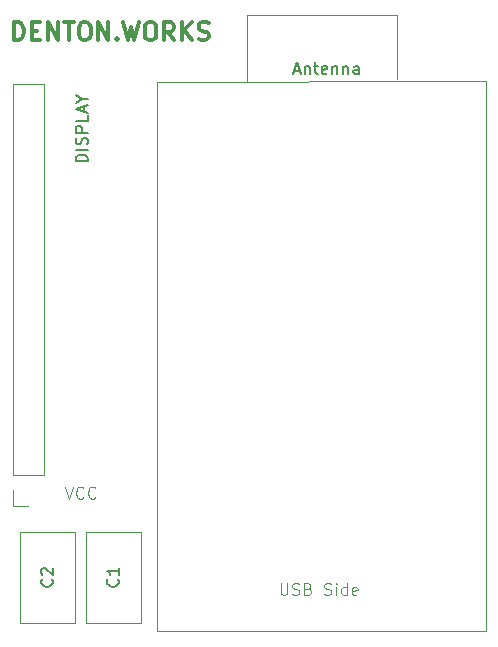
<source format=gbr>
%TF.GenerationSoftware,KiCad,Pcbnew,9.0.4*%
%TF.CreationDate,2026-02-18T17:55:14-08:00*%
%TF.ProjectId,Tool-Display-PCB,546f6f6c-2d44-4697-9370-6c61792d5043,rev?*%
%TF.SameCoordinates,Original*%
%TF.FileFunction,Legend,Top*%
%TF.FilePolarity,Positive*%
%FSLAX46Y46*%
G04 Gerber Fmt 4.6, Leading zero omitted, Abs format (unit mm)*
G04 Created by KiCad (PCBNEW 9.0.4) date 2026-02-18 17:55:14*
%MOMM*%
%LPD*%
G01*
G04 APERTURE LIST*
%ADD10C,0.300000*%
%ADD11C,0.100000*%
%ADD12C,0.150000*%
%ADD13C,0.120000*%
G04 APERTURE END LIST*
D10*
X101564510Y-59550828D02*
X101564510Y-58050828D01*
X101564510Y-58050828D02*
X101921653Y-58050828D01*
X101921653Y-58050828D02*
X102135939Y-58122257D01*
X102135939Y-58122257D02*
X102278796Y-58265114D01*
X102278796Y-58265114D02*
X102350225Y-58407971D01*
X102350225Y-58407971D02*
X102421653Y-58693685D01*
X102421653Y-58693685D02*
X102421653Y-58907971D01*
X102421653Y-58907971D02*
X102350225Y-59193685D01*
X102350225Y-59193685D02*
X102278796Y-59336542D01*
X102278796Y-59336542D02*
X102135939Y-59479400D01*
X102135939Y-59479400D02*
X101921653Y-59550828D01*
X101921653Y-59550828D02*
X101564510Y-59550828D01*
X103064510Y-58765114D02*
X103564510Y-58765114D01*
X103778796Y-59550828D02*
X103064510Y-59550828D01*
X103064510Y-59550828D02*
X103064510Y-58050828D01*
X103064510Y-58050828D02*
X103778796Y-58050828D01*
X104421653Y-59550828D02*
X104421653Y-58050828D01*
X104421653Y-58050828D02*
X105278796Y-59550828D01*
X105278796Y-59550828D02*
X105278796Y-58050828D01*
X105778797Y-58050828D02*
X106635940Y-58050828D01*
X106207368Y-59550828D02*
X106207368Y-58050828D01*
X107421654Y-58050828D02*
X107707368Y-58050828D01*
X107707368Y-58050828D02*
X107850225Y-58122257D01*
X107850225Y-58122257D02*
X107993082Y-58265114D01*
X107993082Y-58265114D02*
X108064511Y-58550828D01*
X108064511Y-58550828D02*
X108064511Y-59050828D01*
X108064511Y-59050828D02*
X107993082Y-59336542D01*
X107993082Y-59336542D02*
X107850225Y-59479400D01*
X107850225Y-59479400D02*
X107707368Y-59550828D01*
X107707368Y-59550828D02*
X107421654Y-59550828D01*
X107421654Y-59550828D02*
X107278797Y-59479400D01*
X107278797Y-59479400D02*
X107135939Y-59336542D01*
X107135939Y-59336542D02*
X107064511Y-59050828D01*
X107064511Y-59050828D02*
X107064511Y-58550828D01*
X107064511Y-58550828D02*
X107135939Y-58265114D01*
X107135939Y-58265114D02*
X107278797Y-58122257D01*
X107278797Y-58122257D02*
X107421654Y-58050828D01*
X108707368Y-59550828D02*
X108707368Y-58050828D01*
X108707368Y-58050828D02*
X109564511Y-59550828D01*
X109564511Y-59550828D02*
X109564511Y-58050828D01*
X110278797Y-59407971D02*
X110350226Y-59479400D01*
X110350226Y-59479400D02*
X110278797Y-59550828D01*
X110278797Y-59550828D02*
X110207369Y-59479400D01*
X110207369Y-59479400D02*
X110278797Y-59407971D01*
X110278797Y-59407971D02*
X110278797Y-59550828D01*
X110850226Y-58050828D02*
X111207369Y-59550828D01*
X111207369Y-59550828D02*
X111493083Y-58479400D01*
X111493083Y-58479400D02*
X111778798Y-59550828D01*
X111778798Y-59550828D02*
X112135941Y-58050828D01*
X112993084Y-58050828D02*
X113278798Y-58050828D01*
X113278798Y-58050828D02*
X113421655Y-58122257D01*
X113421655Y-58122257D02*
X113564512Y-58265114D01*
X113564512Y-58265114D02*
X113635941Y-58550828D01*
X113635941Y-58550828D02*
X113635941Y-59050828D01*
X113635941Y-59050828D02*
X113564512Y-59336542D01*
X113564512Y-59336542D02*
X113421655Y-59479400D01*
X113421655Y-59479400D02*
X113278798Y-59550828D01*
X113278798Y-59550828D02*
X112993084Y-59550828D01*
X112993084Y-59550828D02*
X112850227Y-59479400D01*
X112850227Y-59479400D02*
X112707369Y-59336542D01*
X112707369Y-59336542D02*
X112635941Y-59050828D01*
X112635941Y-59050828D02*
X112635941Y-58550828D01*
X112635941Y-58550828D02*
X112707369Y-58265114D01*
X112707369Y-58265114D02*
X112850227Y-58122257D01*
X112850227Y-58122257D02*
X112993084Y-58050828D01*
X115135941Y-59550828D02*
X114635941Y-58836542D01*
X114278798Y-59550828D02*
X114278798Y-58050828D01*
X114278798Y-58050828D02*
X114850227Y-58050828D01*
X114850227Y-58050828D02*
X114993084Y-58122257D01*
X114993084Y-58122257D02*
X115064513Y-58193685D01*
X115064513Y-58193685D02*
X115135941Y-58336542D01*
X115135941Y-58336542D02*
X115135941Y-58550828D01*
X115135941Y-58550828D02*
X115064513Y-58693685D01*
X115064513Y-58693685D02*
X114993084Y-58765114D01*
X114993084Y-58765114D02*
X114850227Y-58836542D01*
X114850227Y-58836542D02*
X114278798Y-58836542D01*
X115778798Y-59550828D02*
X115778798Y-58050828D01*
X116635941Y-59550828D02*
X115993084Y-58693685D01*
X116635941Y-58050828D02*
X115778798Y-58907971D01*
X117207370Y-59479400D02*
X117421656Y-59550828D01*
X117421656Y-59550828D02*
X117778798Y-59550828D01*
X117778798Y-59550828D02*
X117921656Y-59479400D01*
X117921656Y-59479400D02*
X117993084Y-59407971D01*
X117993084Y-59407971D02*
X118064513Y-59265114D01*
X118064513Y-59265114D02*
X118064513Y-59122257D01*
X118064513Y-59122257D02*
X117993084Y-58979400D01*
X117993084Y-58979400D02*
X117921656Y-58907971D01*
X117921656Y-58907971D02*
X117778798Y-58836542D01*
X117778798Y-58836542D02*
X117493084Y-58765114D01*
X117493084Y-58765114D02*
X117350227Y-58693685D01*
X117350227Y-58693685D02*
X117278798Y-58622257D01*
X117278798Y-58622257D02*
X117207370Y-58479400D01*
X117207370Y-58479400D02*
X117207370Y-58336542D01*
X117207370Y-58336542D02*
X117278798Y-58193685D01*
X117278798Y-58193685D02*
X117350227Y-58122257D01*
X117350227Y-58122257D02*
X117493084Y-58050828D01*
X117493084Y-58050828D02*
X117850227Y-58050828D01*
X117850227Y-58050828D02*
X118064513Y-58122257D01*
D11*
X105891027Y-97372419D02*
X106224360Y-98372419D01*
X106224360Y-98372419D02*
X106557693Y-97372419D01*
X107462455Y-98277180D02*
X107414836Y-98324800D01*
X107414836Y-98324800D02*
X107271979Y-98372419D01*
X107271979Y-98372419D02*
X107176741Y-98372419D01*
X107176741Y-98372419D02*
X107033884Y-98324800D01*
X107033884Y-98324800D02*
X106938646Y-98229561D01*
X106938646Y-98229561D02*
X106891027Y-98134323D01*
X106891027Y-98134323D02*
X106843408Y-97943847D01*
X106843408Y-97943847D02*
X106843408Y-97800990D01*
X106843408Y-97800990D02*
X106891027Y-97610514D01*
X106891027Y-97610514D02*
X106938646Y-97515276D01*
X106938646Y-97515276D02*
X107033884Y-97420038D01*
X107033884Y-97420038D02*
X107176741Y-97372419D01*
X107176741Y-97372419D02*
X107271979Y-97372419D01*
X107271979Y-97372419D02*
X107414836Y-97420038D01*
X107414836Y-97420038D02*
X107462455Y-97467657D01*
X108462455Y-98277180D02*
X108414836Y-98324800D01*
X108414836Y-98324800D02*
X108271979Y-98372419D01*
X108271979Y-98372419D02*
X108176741Y-98372419D01*
X108176741Y-98372419D02*
X108033884Y-98324800D01*
X108033884Y-98324800D02*
X107938646Y-98229561D01*
X107938646Y-98229561D02*
X107891027Y-98134323D01*
X107891027Y-98134323D02*
X107843408Y-97943847D01*
X107843408Y-97943847D02*
X107843408Y-97800990D01*
X107843408Y-97800990D02*
X107891027Y-97610514D01*
X107891027Y-97610514D02*
X107938646Y-97515276D01*
X107938646Y-97515276D02*
X108033884Y-97420038D01*
X108033884Y-97420038D02*
X108176741Y-97372419D01*
X108176741Y-97372419D02*
X108271979Y-97372419D01*
X108271979Y-97372419D02*
X108414836Y-97420038D01*
X108414836Y-97420038D02*
X108462455Y-97467657D01*
D12*
X110349580Y-105196666D02*
X110397200Y-105244285D01*
X110397200Y-105244285D02*
X110444819Y-105387142D01*
X110444819Y-105387142D02*
X110444819Y-105482380D01*
X110444819Y-105482380D02*
X110397200Y-105625237D01*
X110397200Y-105625237D02*
X110301961Y-105720475D01*
X110301961Y-105720475D02*
X110206723Y-105768094D01*
X110206723Y-105768094D02*
X110016247Y-105815713D01*
X110016247Y-105815713D02*
X109873390Y-105815713D01*
X109873390Y-105815713D02*
X109682914Y-105768094D01*
X109682914Y-105768094D02*
X109587676Y-105720475D01*
X109587676Y-105720475D02*
X109492438Y-105625237D01*
X109492438Y-105625237D02*
X109444819Y-105482380D01*
X109444819Y-105482380D02*
X109444819Y-105387142D01*
X109444819Y-105387142D02*
X109492438Y-105244285D01*
X109492438Y-105244285D02*
X109540057Y-105196666D01*
X110444819Y-104244285D02*
X110444819Y-104815713D01*
X110444819Y-104529999D02*
X109444819Y-104529999D01*
X109444819Y-104529999D02*
X109587676Y-104625237D01*
X109587676Y-104625237D02*
X109682914Y-104720475D01*
X109682914Y-104720475D02*
X109730533Y-104815713D01*
X107804819Y-69818094D02*
X106804819Y-69818094D01*
X106804819Y-69818094D02*
X106804819Y-69579999D01*
X106804819Y-69579999D02*
X106852438Y-69437142D01*
X106852438Y-69437142D02*
X106947676Y-69341904D01*
X106947676Y-69341904D02*
X107042914Y-69294285D01*
X107042914Y-69294285D02*
X107233390Y-69246666D01*
X107233390Y-69246666D02*
X107376247Y-69246666D01*
X107376247Y-69246666D02*
X107566723Y-69294285D01*
X107566723Y-69294285D02*
X107661961Y-69341904D01*
X107661961Y-69341904D02*
X107757200Y-69437142D01*
X107757200Y-69437142D02*
X107804819Y-69579999D01*
X107804819Y-69579999D02*
X107804819Y-69818094D01*
X107804819Y-68818094D02*
X106804819Y-68818094D01*
X107757200Y-68389523D02*
X107804819Y-68246666D01*
X107804819Y-68246666D02*
X107804819Y-68008571D01*
X107804819Y-68008571D02*
X107757200Y-67913333D01*
X107757200Y-67913333D02*
X107709580Y-67865714D01*
X107709580Y-67865714D02*
X107614342Y-67818095D01*
X107614342Y-67818095D02*
X107519104Y-67818095D01*
X107519104Y-67818095D02*
X107423866Y-67865714D01*
X107423866Y-67865714D02*
X107376247Y-67913333D01*
X107376247Y-67913333D02*
X107328628Y-68008571D01*
X107328628Y-68008571D02*
X107281009Y-68199047D01*
X107281009Y-68199047D02*
X107233390Y-68294285D01*
X107233390Y-68294285D02*
X107185771Y-68341904D01*
X107185771Y-68341904D02*
X107090533Y-68389523D01*
X107090533Y-68389523D02*
X106995295Y-68389523D01*
X106995295Y-68389523D02*
X106900057Y-68341904D01*
X106900057Y-68341904D02*
X106852438Y-68294285D01*
X106852438Y-68294285D02*
X106804819Y-68199047D01*
X106804819Y-68199047D02*
X106804819Y-67960952D01*
X106804819Y-67960952D02*
X106852438Y-67818095D01*
X107804819Y-67389523D02*
X106804819Y-67389523D01*
X106804819Y-67389523D02*
X106804819Y-67008571D01*
X106804819Y-67008571D02*
X106852438Y-66913333D01*
X106852438Y-66913333D02*
X106900057Y-66865714D01*
X106900057Y-66865714D02*
X106995295Y-66818095D01*
X106995295Y-66818095D02*
X107138152Y-66818095D01*
X107138152Y-66818095D02*
X107233390Y-66865714D01*
X107233390Y-66865714D02*
X107281009Y-66913333D01*
X107281009Y-66913333D02*
X107328628Y-67008571D01*
X107328628Y-67008571D02*
X107328628Y-67389523D01*
X107804819Y-65913333D02*
X107804819Y-66389523D01*
X107804819Y-66389523D02*
X106804819Y-66389523D01*
X107519104Y-65627618D02*
X107519104Y-65151428D01*
X107804819Y-65722856D02*
X106804819Y-65389523D01*
X106804819Y-65389523D02*
X107804819Y-65056190D01*
X107328628Y-64532380D02*
X107804819Y-64532380D01*
X106804819Y-64865713D02*
X107328628Y-64532380D01*
X107328628Y-64532380D02*
X106804819Y-64199047D01*
X104789580Y-105196666D02*
X104837200Y-105244285D01*
X104837200Y-105244285D02*
X104884819Y-105387142D01*
X104884819Y-105387142D02*
X104884819Y-105482380D01*
X104884819Y-105482380D02*
X104837200Y-105625237D01*
X104837200Y-105625237D02*
X104741961Y-105720475D01*
X104741961Y-105720475D02*
X104646723Y-105768094D01*
X104646723Y-105768094D02*
X104456247Y-105815713D01*
X104456247Y-105815713D02*
X104313390Y-105815713D01*
X104313390Y-105815713D02*
X104122914Y-105768094D01*
X104122914Y-105768094D02*
X104027676Y-105720475D01*
X104027676Y-105720475D02*
X103932438Y-105625237D01*
X103932438Y-105625237D02*
X103884819Y-105482380D01*
X103884819Y-105482380D02*
X103884819Y-105387142D01*
X103884819Y-105387142D02*
X103932438Y-105244285D01*
X103932438Y-105244285D02*
X103980057Y-105196666D01*
X103980057Y-104815713D02*
X103932438Y-104768094D01*
X103932438Y-104768094D02*
X103884819Y-104672856D01*
X103884819Y-104672856D02*
X103884819Y-104434761D01*
X103884819Y-104434761D02*
X103932438Y-104339523D01*
X103932438Y-104339523D02*
X103980057Y-104291904D01*
X103980057Y-104291904D02*
X104075295Y-104244285D01*
X104075295Y-104244285D02*
X104170533Y-104244285D01*
X104170533Y-104244285D02*
X104313390Y-104291904D01*
X104313390Y-104291904D02*
X104884819Y-104863332D01*
X104884819Y-104863332D02*
X104884819Y-104244285D01*
D11*
X124143884Y-105532419D02*
X124143884Y-106341942D01*
X124143884Y-106341942D02*
X124191503Y-106437180D01*
X124191503Y-106437180D02*
X124239122Y-106484800D01*
X124239122Y-106484800D02*
X124334360Y-106532419D01*
X124334360Y-106532419D02*
X124524836Y-106532419D01*
X124524836Y-106532419D02*
X124620074Y-106484800D01*
X124620074Y-106484800D02*
X124667693Y-106437180D01*
X124667693Y-106437180D02*
X124715312Y-106341942D01*
X124715312Y-106341942D02*
X124715312Y-105532419D01*
X125143884Y-106484800D02*
X125286741Y-106532419D01*
X125286741Y-106532419D02*
X125524836Y-106532419D01*
X125524836Y-106532419D02*
X125620074Y-106484800D01*
X125620074Y-106484800D02*
X125667693Y-106437180D01*
X125667693Y-106437180D02*
X125715312Y-106341942D01*
X125715312Y-106341942D02*
X125715312Y-106246704D01*
X125715312Y-106246704D02*
X125667693Y-106151466D01*
X125667693Y-106151466D02*
X125620074Y-106103847D01*
X125620074Y-106103847D02*
X125524836Y-106056228D01*
X125524836Y-106056228D02*
X125334360Y-106008609D01*
X125334360Y-106008609D02*
X125239122Y-105960990D01*
X125239122Y-105960990D02*
X125191503Y-105913371D01*
X125191503Y-105913371D02*
X125143884Y-105818133D01*
X125143884Y-105818133D02*
X125143884Y-105722895D01*
X125143884Y-105722895D02*
X125191503Y-105627657D01*
X125191503Y-105627657D02*
X125239122Y-105580038D01*
X125239122Y-105580038D02*
X125334360Y-105532419D01*
X125334360Y-105532419D02*
X125572455Y-105532419D01*
X125572455Y-105532419D02*
X125715312Y-105580038D01*
X126477217Y-106008609D02*
X126620074Y-106056228D01*
X126620074Y-106056228D02*
X126667693Y-106103847D01*
X126667693Y-106103847D02*
X126715312Y-106199085D01*
X126715312Y-106199085D02*
X126715312Y-106341942D01*
X126715312Y-106341942D02*
X126667693Y-106437180D01*
X126667693Y-106437180D02*
X126620074Y-106484800D01*
X126620074Y-106484800D02*
X126524836Y-106532419D01*
X126524836Y-106532419D02*
X126143884Y-106532419D01*
X126143884Y-106532419D02*
X126143884Y-105532419D01*
X126143884Y-105532419D02*
X126477217Y-105532419D01*
X126477217Y-105532419D02*
X126572455Y-105580038D01*
X126572455Y-105580038D02*
X126620074Y-105627657D01*
X126620074Y-105627657D02*
X126667693Y-105722895D01*
X126667693Y-105722895D02*
X126667693Y-105818133D01*
X126667693Y-105818133D02*
X126620074Y-105913371D01*
X126620074Y-105913371D02*
X126572455Y-105960990D01*
X126572455Y-105960990D02*
X126477217Y-106008609D01*
X126477217Y-106008609D02*
X126143884Y-106008609D01*
X127858170Y-106484800D02*
X128001027Y-106532419D01*
X128001027Y-106532419D02*
X128239122Y-106532419D01*
X128239122Y-106532419D02*
X128334360Y-106484800D01*
X128334360Y-106484800D02*
X128381979Y-106437180D01*
X128381979Y-106437180D02*
X128429598Y-106341942D01*
X128429598Y-106341942D02*
X128429598Y-106246704D01*
X128429598Y-106246704D02*
X128381979Y-106151466D01*
X128381979Y-106151466D02*
X128334360Y-106103847D01*
X128334360Y-106103847D02*
X128239122Y-106056228D01*
X128239122Y-106056228D02*
X128048646Y-106008609D01*
X128048646Y-106008609D02*
X127953408Y-105960990D01*
X127953408Y-105960990D02*
X127905789Y-105913371D01*
X127905789Y-105913371D02*
X127858170Y-105818133D01*
X127858170Y-105818133D02*
X127858170Y-105722895D01*
X127858170Y-105722895D02*
X127905789Y-105627657D01*
X127905789Y-105627657D02*
X127953408Y-105580038D01*
X127953408Y-105580038D02*
X128048646Y-105532419D01*
X128048646Y-105532419D02*
X128286741Y-105532419D01*
X128286741Y-105532419D02*
X128429598Y-105580038D01*
X128858170Y-106532419D02*
X128858170Y-105865752D01*
X128858170Y-105532419D02*
X128810551Y-105580038D01*
X128810551Y-105580038D02*
X128858170Y-105627657D01*
X128858170Y-105627657D02*
X128905789Y-105580038D01*
X128905789Y-105580038D02*
X128858170Y-105532419D01*
X128858170Y-105532419D02*
X128858170Y-105627657D01*
X129762931Y-106532419D02*
X129762931Y-105532419D01*
X129762931Y-106484800D02*
X129667693Y-106532419D01*
X129667693Y-106532419D02*
X129477217Y-106532419D01*
X129477217Y-106532419D02*
X129381979Y-106484800D01*
X129381979Y-106484800D02*
X129334360Y-106437180D01*
X129334360Y-106437180D02*
X129286741Y-106341942D01*
X129286741Y-106341942D02*
X129286741Y-106056228D01*
X129286741Y-106056228D02*
X129334360Y-105960990D01*
X129334360Y-105960990D02*
X129381979Y-105913371D01*
X129381979Y-105913371D02*
X129477217Y-105865752D01*
X129477217Y-105865752D02*
X129667693Y-105865752D01*
X129667693Y-105865752D02*
X129762931Y-105913371D01*
X130620074Y-106484800D02*
X130524836Y-106532419D01*
X130524836Y-106532419D02*
X130334360Y-106532419D01*
X130334360Y-106532419D02*
X130239122Y-106484800D01*
X130239122Y-106484800D02*
X130191503Y-106389561D01*
X130191503Y-106389561D02*
X130191503Y-106008609D01*
X130191503Y-106008609D02*
X130239122Y-105913371D01*
X130239122Y-105913371D02*
X130334360Y-105865752D01*
X130334360Y-105865752D02*
X130524836Y-105865752D01*
X130524836Y-105865752D02*
X130620074Y-105913371D01*
X130620074Y-105913371D02*
X130667693Y-106008609D01*
X130667693Y-106008609D02*
X130667693Y-106103847D01*
X130667693Y-106103847D02*
X130191503Y-106199085D01*
D12*
X125288095Y-62139104D02*
X125764285Y-62139104D01*
X125192857Y-62424819D02*
X125526190Y-61424819D01*
X125526190Y-61424819D02*
X125859523Y-62424819D01*
X126192857Y-61758152D02*
X126192857Y-62424819D01*
X126192857Y-61853390D02*
X126240476Y-61805771D01*
X126240476Y-61805771D02*
X126335714Y-61758152D01*
X126335714Y-61758152D02*
X126478571Y-61758152D01*
X126478571Y-61758152D02*
X126573809Y-61805771D01*
X126573809Y-61805771D02*
X126621428Y-61901009D01*
X126621428Y-61901009D02*
X126621428Y-62424819D01*
X126954762Y-61758152D02*
X127335714Y-61758152D01*
X127097619Y-61424819D02*
X127097619Y-62281961D01*
X127097619Y-62281961D02*
X127145238Y-62377200D01*
X127145238Y-62377200D02*
X127240476Y-62424819D01*
X127240476Y-62424819D02*
X127335714Y-62424819D01*
X128050000Y-62377200D02*
X127954762Y-62424819D01*
X127954762Y-62424819D02*
X127764286Y-62424819D01*
X127764286Y-62424819D02*
X127669048Y-62377200D01*
X127669048Y-62377200D02*
X127621429Y-62281961D01*
X127621429Y-62281961D02*
X127621429Y-61901009D01*
X127621429Y-61901009D02*
X127669048Y-61805771D01*
X127669048Y-61805771D02*
X127764286Y-61758152D01*
X127764286Y-61758152D02*
X127954762Y-61758152D01*
X127954762Y-61758152D02*
X128050000Y-61805771D01*
X128050000Y-61805771D02*
X128097619Y-61901009D01*
X128097619Y-61901009D02*
X128097619Y-61996247D01*
X128097619Y-61996247D02*
X127621429Y-62091485D01*
X128526191Y-61758152D02*
X128526191Y-62424819D01*
X128526191Y-61853390D02*
X128573810Y-61805771D01*
X128573810Y-61805771D02*
X128669048Y-61758152D01*
X128669048Y-61758152D02*
X128811905Y-61758152D01*
X128811905Y-61758152D02*
X128907143Y-61805771D01*
X128907143Y-61805771D02*
X128954762Y-61901009D01*
X128954762Y-61901009D02*
X128954762Y-62424819D01*
X129430953Y-61758152D02*
X129430953Y-62424819D01*
X129430953Y-61853390D02*
X129478572Y-61805771D01*
X129478572Y-61805771D02*
X129573810Y-61758152D01*
X129573810Y-61758152D02*
X129716667Y-61758152D01*
X129716667Y-61758152D02*
X129811905Y-61805771D01*
X129811905Y-61805771D02*
X129859524Y-61901009D01*
X129859524Y-61901009D02*
X129859524Y-62424819D01*
X130764286Y-62424819D02*
X130764286Y-61901009D01*
X130764286Y-61901009D02*
X130716667Y-61805771D01*
X130716667Y-61805771D02*
X130621429Y-61758152D01*
X130621429Y-61758152D02*
X130430953Y-61758152D01*
X130430953Y-61758152D02*
X130335715Y-61805771D01*
X130764286Y-62377200D02*
X130669048Y-62424819D01*
X130669048Y-62424819D02*
X130430953Y-62424819D01*
X130430953Y-62424819D02*
X130335715Y-62377200D01*
X130335715Y-62377200D02*
X130288096Y-62281961D01*
X130288096Y-62281961D02*
X130288096Y-62186723D01*
X130288096Y-62186723D02*
X130335715Y-62091485D01*
X130335715Y-62091485D02*
X130430953Y-62043866D01*
X130430953Y-62043866D02*
X130669048Y-62043866D01*
X130669048Y-62043866D02*
X130764286Y-61996247D01*
D13*
%TO.C,C1*%
X107670000Y-101160000D02*
X112310000Y-101160000D01*
X107670000Y-108900000D02*
X107670000Y-101160000D01*
X112310000Y-101160000D02*
X112310000Y-108900000D01*
X112310000Y-108900000D02*
X107670000Y-108900000D01*
%TO.C,J1*%
X101460000Y-96380000D02*
X101460000Y-63300000D01*
X101460000Y-98980000D02*
X101460000Y-97650000D01*
X102790000Y-98980000D02*
X101460000Y-98980000D01*
X104120000Y-63300000D02*
X101460000Y-63300000D01*
X104120000Y-96380000D02*
X101460000Y-96380000D01*
X104120000Y-96380000D02*
X104120000Y-63300000D01*
%TO.C,C2*%
X102110000Y-101160000D02*
X106750000Y-101160000D01*
X102110000Y-108900000D02*
X102110000Y-101160000D01*
X106750000Y-101160000D02*
X106750000Y-108900000D01*
X106750000Y-108900000D02*
X102110000Y-108900000D01*
%TO.C,J2*%
X113660000Y-109570000D02*
X113660000Y-63120000D01*
D11*
X121330000Y-57467500D02*
X134030000Y-57467500D01*
X121330000Y-63089803D02*
X121330000Y-57467500D01*
X134030000Y-57467500D02*
X134030000Y-62872500D01*
X139060000Y-63020000D02*
X113660000Y-63120000D01*
X141530000Y-63020000D02*
X139060000Y-63020000D01*
D13*
X141530000Y-109570000D02*
X113660000Y-109570000D01*
D11*
X141530000Y-109570000D02*
X141530000Y-63020000D01*
%TD*%
M02*

</source>
